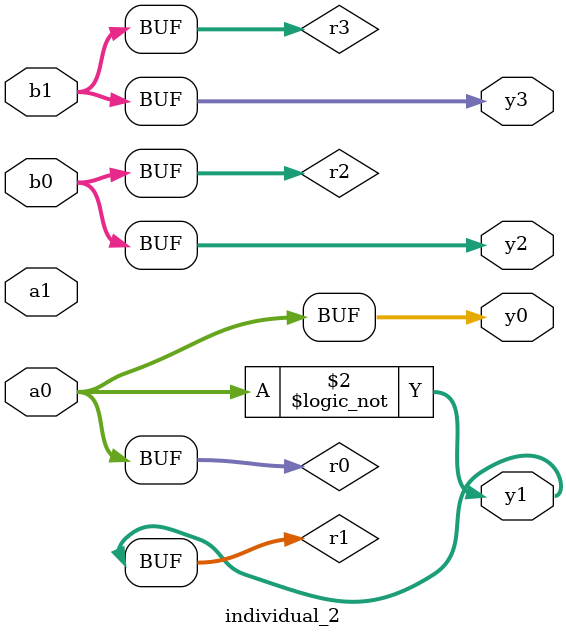
<source format=sv>
module individual_2(input logic [15:0] a1, input logic [15:0] a0, input logic [15:0] b1, input logic [15:0] b0, output logic [15:0] y3, output logic [15:0] y2, output logic [15:0] y1, output logic [15:0] y0);
logic [15:0] r0, r1, r2, r3; 
 always@(*) begin 
	 r0 = a0; r1 = a1; r2 = b0; r3 = b1; 
 	 r1 = ! r0 ;
 	 y3 = r3; y2 = r2; y1 = r1; y0 = r0; 
end
endmodule
</source>
